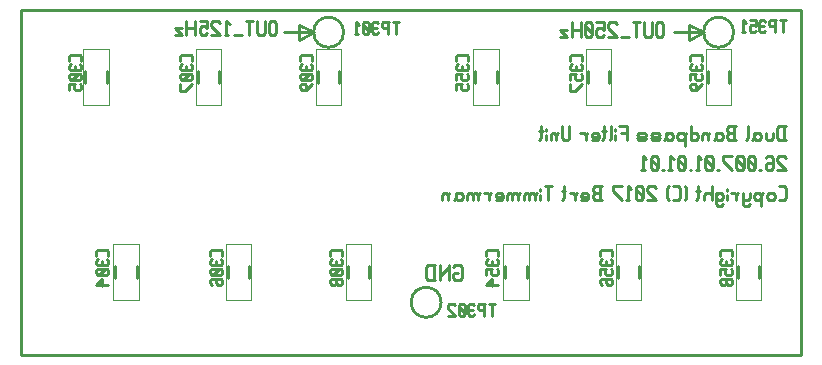
<source format=gbo>
G04 start of page 9 for group -4078 idx -4078 *
G04 Title: 26.007.01.01.01, bottomsilk *
G04 Creator: pcb 4.2.2 *
G04 CreationDate: Sat Feb 13 13:51:24 2021 UTC *
G04 For: bert *
G04 Format: Gerber/RS-274X *
G04 PCB-Dimensions (mil): 2600.00 1150.00 *
G04 PCB-Coordinate-Origin: lower left *
%MOIN*%
%FSLAX25Y25*%
%LNGBO*%
%ADD42C,0.0000*%
%ADD41C,0.0100*%
G54D41*X0Y115000D02*X260000D01*
X97500Y107500D02*X87500D01*
X92500Y110000D02*X97500Y107500D01*
X0Y0D02*Y115000D01*
X260000Y0D02*X0D01*
X97500Y107500D02*X92500Y105000D01*
Y110000D01*
X260000Y115000D02*Y0D01*
X222500Y110000D02*X227500Y107500D01*
X222500Y105000D01*
Y110000D01*
X227500Y107500D02*X217500D01*
X254400Y71500D02*Y76300D01*
X252600D02*X252000Y75700D01*
Y72100D02*Y75700D01*
X252600Y71500D02*X252000Y72100D01*
X252600Y71500D02*X255000D01*
X252600Y76300D02*X255000D01*
X250560Y72100D02*Y73900D01*
Y72100D02*X249960Y71500D01*
X248760D02*X249960D01*
X248760D02*X248160Y72100D01*
Y73900D01*
X244920D02*X244320Y73300D01*
X244920Y73900D02*X246120D01*
X246720Y73300D02*X246120Y73900D01*
X246720Y72100D02*Y73300D01*
Y72100D02*X246120Y71500D01*
X244320Y72100D02*Y73900D01*
Y72100D02*X243720Y71500D01*
X244920D02*X246120D01*
X244920D02*X244320Y72100D01*
X242280D02*Y76300D01*
Y72100D02*X241680Y71500D01*
X235920D02*X238320D01*
X235920D02*X235320Y72100D01*
Y73300D01*
X235920Y73900D02*X235320Y73300D01*
X235920Y73900D02*X237720D01*
Y71500D02*Y76300D01*
X235920D02*X238320D01*
X235920D02*X235320Y75700D01*
Y74500D02*Y75700D01*
X235920Y73900D02*X235320Y74500D01*
X232080Y73900D02*X231480Y73300D01*
X232080Y73900D02*X233280D01*
X233880Y73300D02*X233280Y73900D01*
X233880Y72100D02*Y73300D01*
Y72100D02*X233280Y71500D01*
X231480Y72100D02*Y73900D01*
Y72100D02*X230880Y71500D01*
X232080D02*X233280D01*
X232080D02*X231480Y72100D01*
X228840Y71500D02*Y73300D01*
X228240Y73900D01*
X227640D02*X228240D01*
X227640D02*X227040Y73300D01*
Y71500D02*Y73300D01*
X229440Y73900D02*X228840Y73300D01*
X223200Y71500D02*Y76300D01*
X223800Y71500D02*X223200Y72100D01*
X223800Y71500D02*X225000D01*
X225600Y72100D02*X225000Y71500D01*
X225600Y72100D02*Y73300D01*
X225000Y73900D01*
X223800D02*X225000D01*
X223800D02*X223200Y73300D01*
X221160Y69700D02*Y73300D01*
X221760Y73900D02*X221160Y73300D01*
X220560Y73900D01*
X219360D02*X220560D01*
X219360D02*X218760Y73300D01*
Y72100D02*Y73300D01*
X219360Y71500D02*X218760Y72100D01*
X219360Y71500D02*X220560D01*
X221160Y72100D02*X220560Y71500D01*
X215520Y73900D02*X214920Y73300D01*
X215520Y73900D02*X216720D01*
X217320Y73300D02*X216720Y73900D01*
X217320Y72100D02*Y73300D01*
Y72100D02*X216720Y71500D01*
X214920Y72100D02*Y73900D01*
Y72100D02*X214320Y71500D01*
X215520D02*X216720D01*
X215520D02*X214920Y72100D01*
X210480Y71500D02*X212280D01*
X210480D02*X209880Y72100D01*
X210480Y72700D02*X209880Y72100D01*
X210480Y72700D02*X212280D01*
X212880Y73300D02*X212280Y72700D01*
X212880Y73300D02*X212280Y73900D01*
X210480D02*X212280D01*
X210480D02*X209880Y73300D01*
X212880Y72100D02*X212280Y71500D01*
X206040D02*X207840D01*
X206040D02*X205440Y72100D01*
X206040Y72700D02*X205440Y72100D01*
X206040Y72700D02*X207840D01*
X208440Y73300D02*X207840Y72700D01*
X208440Y73300D02*X207840Y73900D01*
X206040D02*X207840D01*
X206040D02*X205440Y73300D01*
X208440Y72100D02*X207840Y71500D01*
X201840D02*Y76300D01*
X199440D02*X201840D01*
X200040Y73900D02*X201840D01*
X198000Y74500D02*Y75100D01*
Y71500D02*Y73300D01*
X196800Y72100D02*Y76300D01*
Y72100D02*X196200Y71500D01*
X194400Y72100D02*Y76300D01*
Y72100D02*X193800Y71500D01*
Y74500D02*X195000D01*
X190200Y71500D02*X192000D01*
X192600Y72100D02*X192000Y71500D01*
X192600Y72100D02*Y73300D01*
X192000Y73900D01*
X190800D02*X192000D01*
X190800D02*X190200Y73300D01*
Y72700D02*X192600D01*
X190200D02*Y73300D01*
X188160Y71500D02*Y73300D01*
X187560Y73900D01*
X186360D02*X187560D01*
X188760D02*X188160Y73300D01*
X182760Y72100D02*Y76300D01*
Y72100D02*X182160Y71500D01*
X180960D02*X182160D01*
X180960D02*X180360Y72100D01*
Y76300D01*
X178320Y71500D02*Y73300D01*
X177720Y73900D01*
X177120D02*X177720D01*
X177120D02*X176520Y73300D01*
Y71500D02*Y73300D01*
X178920Y73900D02*X178320Y73300D01*
X175080Y74500D02*Y75100D01*
Y71500D02*Y73300D01*
X173280Y72100D02*Y76300D01*
Y72100D02*X172680Y71500D01*
Y74500D02*X173880D01*
X252600Y51500D02*X254400D01*
X255000Y52100D02*X254400Y51500D01*
X255000Y52100D02*Y55700D01*
X254400Y56300D01*
X252600D02*X254400D01*
X251160Y52100D02*Y53300D01*
X250560Y53900D01*
X249360D02*X250560D01*
X249360D02*X248760Y53300D01*
Y52100D02*Y53300D01*
X249360Y51500D02*X248760Y52100D01*
X249360Y51500D02*X250560D01*
X251160Y52100D02*X250560Y51500D01*
X246720Y49700D02*Y53300D01*
X247320Y53900D02*X246720Y53300D01*
X246120Y53900D01*
X244920D02*X246120D01*
X244920D02*X244320Y53300D01*
Y52100D02*Y53300D01*
X244920Y51500D02*X244320Y52100D01*
X244920Y51500D02*X246120D01*
X246720Y52100D02*X246120Y51500D01*
X242880Y52100D02*Y53900D01*
Y52100D02*X242280Y51500D01*
X240480Y50300D02*Y53900D01*
X241080Y49700D02*X240480Y50300D01*
X241080Y49700D02*X242280D01*
X242880Y50300D02*X242280Y49700D01*
X241080Y51500D02*X242280D01*
X241080D02*X240480Y52100D01*
X238440Y51500D02*Y53300D01*
X237840Y53900D01*
X236640D02*X237840D01*
X239040D02*X238440Y53300D01*
X235200Y54500D02*Y55100D01*
Y51500D02*Y53300D01*
X232200Y53900D02*X231600Y53300D01*
X232200Y53900D02*X233400D01*
X234000Y53300D02*X233400Y53900D01*
X234000Y52100D02*Y53300D01*
Y52100D02*X233400Y51500D01*
X232200D02*X233400D01*
X232200D02*X231600Y52100D01*
X234000Y50300D02*X233400Y49700D01*
X232200D02*X233400D01*
X232200D02*X231600Y50300D01*
Y53900D01*
X230160Y51500D02*Y56300D01*
Y53300D02*X229560Y53900D01*
X228360D02*X229560D01*
X228360D02*X227760Y53300D01*
Y51500D02*Y53300D01*
X225720Y52100D02*Y56300D01*
Y52100D02*X225120Y51500D01*
Y54500D02*X226320D01*
X221760Y52100D02*X221160Y51500D01*
X221760Y55700D02*X221160Y56300D01*
X221760Y52100D02*Y55700D01*
X217320Y51500D02*X219120D01*
X219720Y52100D02*X219120Y51500D01*
X219720Y52100D02*Y55700D01*
X219120Y56300D01*
X217320D02*X219120D01*
X215880D02*X215280Y55700D01*
Y52100D02*Y55700D01*
X215880Y51500D02*X215280Y52100D01*
X211680Y55700D02*X211080Y56300D01*
X209280D02*X211080D01*
X209280D02*X208680Y55700D01*
Y54500D02*Y55700D01*
X211680Y51500D02*X208680Y54500D01*
Y51500D02*X211680D01*
X207240Y52100D02*X206640Y51500D01*
X207240Y52100D02*Y55700D01*
X206640Y56300D01*
X205440D02*X206640D01*
X205440D02*X204840Y55700D01*
Y52100D02*Y55700D01*
X205440Y51500D02*X204840Y52100D01*
X205440Y51500D02*X206640D01*
X207240Y52700D02*X204840Y55100D01*
X201600Y51500D02*X202800D01*
X202200D02*Y56300D01*
X203400Y55100D02*X202200Y56300D01*
X200160Y51500D02*X197160Y54500D01*
Y56300D01*
X200160D01*
X191160Y51500D02*X193560D01*
X191160D02*X190560Y52100D01*
Y53300D01*
X191160Y53900D02*X190560Y53300D01*
X191160Y53900D02*X192960D01*
Y51500D02*Y56300D01*
X191160D02*X193560D01*
X191160D02*X190560Y55700D01*
Y54500D02*Y55700D01*
X191160Y53900D02*X190560Y54500D01*
X186720Y51500D02*X188520D01*
X189120Y52100D02*X188520Y51500D01*
X189120Y52100D02*Y53300D01*
X188520Y53900D01*
X187320D02*X188520D01*
X187320D02*X186720Y53300D01*
Y52700D02*X189120D01*
X186720D02*Y53300D01*
X184680Y51500D02*Y53300D01*
X184080Y53900D01*
X182880D02*X184080D01*
X185280D02*X184680Y53300D01*
X180840Y52100D02*Y56300D01*
Y52100D02*X180240Y51500D01*
Y54500D02*X181440D01*
X174480Y56300D02*X176880D01*
X175680Y51500D02*Y56300D01*
X173040Y54500D02*Y55100D01*
Y51500D02*Y53300D01*
X171240Y51500D02*Y53300D01*
X170640Y53900D01*
X170040D02*X170640D01*
X170040D02*X169440Y53300D01*
Y51500D02*Y53300D01*
X168840Y53900D01*
X168240D02*X168840D01*
X168240D02*X167640Y53300D01*
Y51500D02*Y53300D01*
X171840Y53900D02*X171240Y53300D01*
X165600Y51500D02*Y53300D01*
X165000Y53900D01*
X164400D02*X165000D01*
X164400D02*X163800Y53300D01*
Y51500D02*Y53300D01*
X163200Y53900D01*
X162600D02*X163200D01*
X162600D02*X162000Y53300D01*
Y51500D02*Y53300D01*
X166200Y53900D02*X165600Y53300D01*
X158160Y51500D02*X159960D01*
X160560Y52100D02*X159960Y51500D01*
X160560Y52100D02*Y53300D01*
X159960Y53900D01*
X158760D02*X159960D01*
X158760D02*X158160Y53300D01*
Y52700D02*X160560D01*
X158160D02*Y53300D01*
X156120Y51500D02*Y53300D01*
X155520Y53900D01*
X154320D02*X155520D01*
X156720D02*X156120Y53300D01*
X152280Y51500D02*Y53300D01*
X151680Y53900D01*
X151080D02*X151680D01*
X151080D02*X150480Y53300D01*
Y51500D02*Y53300D01*
X149880Y53900D01*
X149280D02*X149880D01*
X149280D02*X148680Y53300D01*
Y51500D02*Y53300D01*
X152880Y53900D02*X152280Y53300D01*
X145440Y53900D02*X144840Y53300D01*
X145440Y53900D02*X146640D01*
X147240Y53300D02*X146640Y53900D01*
X147240Y52100D02*Y53300D01*
Y52100D02*X146640Y51500D01*
X144840Y52100D02*Y53900D01*
Y52100D02*X144240Y51500D01*
X145440D02*X146640D01*
X145440D02*X144840Y52100D01*
X142200Y51500D02*Y53300D01*
X141600Y53900D01*
X141000D02*X141600D01*
X141000D02*X140400Y53300D01*
Y51500D02*Y53300D01*
X142800Y53900D02*X142200Y53300D01*
X85000Y107100D02*Y110700D01*
X84400Y111300D01*
X83200D02*X84400D01*
X83200D02*X82600Y110700D01*
Y107100D02*Y110700D01*
X83200Y106500D02*X82600Y107100D01*
X83200Y106500D02*X84400D01*
X85000Y107100D02*X84400Y106500D01*
X81160Y107100D02*Y111300D01*
Y107100D02*X80560Y106500D01*
X79360D02*X80560D01*
X79360D02*X78760Y107100D01*
Y111300D01*
X74920D02*X77320D01*
X76120Y106500D02*Y111300D01*
X71080Y106500D02*X73480D01*
X67840D02*X69040D01*
X68440D02*Y111300D01*
X69640Y110100D02*X68440Y111300D01*
X66400Y110700D02*X65800Y111300D01*
X64000D02*X65800D01*
X64000D02*X63400Y110700D01*
Y109500D02*Y110700D01*
X66400Y106500D02*X63400Y109500D01*
Y106500D02*X66400D01*
X59560Y111300D02*X61960D01*
Y108900D02*Y111300D01*
Y108900D02*X61360Y109500D01*
X60160D02*X61360D01*
X60160D02*X59560Y108900D01*
Y107100D02*Y108900D01*
X60160Y106500D02*X59560Y107100D01*
X60160Y106500D02*X61360D01*
X61960Y107100D02*X61360Y106500D01*
X58120D02*Y111300D01*
X55120Y106500D02*Y111300D01*
Y108900D02*X58120D01*
X51280D02*X53680D01*
Y106500D02*X51280Y108900D01*
Y106500D02*X53680D01*
X144600Y29800D02*X144000Y29200D01*
X144600Y29800D02*X146400D01*
X147000Y29200D02*X146400Y29800D01*
X147000Y25600D02*Y29200D01*
Y25600D02*X146400Y25000D01*
X144600D02*X146400D01*
X144600D02*X144000Y25600D01*
Y26800D01*
X144600Y27400D02*X144000Y26800D01*
X144600Y27400D02*X145800D01*
X142560Y25000D02*Y29800D01*
Y29200D02*Y29800D01*
Y29200D02*X139560Y26200D01*
Y25000D02*Y29800D01*
X137520Y25000D02*Y29800D01*
X135720D02*X135120Y29200D01*
Y25600D02*Y29200D01*
X135720Y25000D02*X135120Y25600D01*
X135720Y25000D02*X138120D01*
X135720Y29800D02*X138120D01*
X255000Y65700D02*X254400Y66300D01*
X252600D02*X254400D01*
X252600D02*X252000Y65700D01*
Y64500D02*Y65700D01*
X255000Y61500D02*X252000Y64500D01*
Y61500D02*X255000D01*
X248760Y66300D02*X248160Y65700D01*
X248760Y66300D02*X249960D01*
X250560Y65700D02*X249960Y66300D01*
X250560Y62100D02*Y65700D01*
Y62100D02*X249960Y61500D01*
X248760Y63900D02*X248160Y63300D01*
X248760Y63900D02*X250560D01*
X248760Y61500D02*X249960D01*
X248760D02*X248160Y62100D01*
Y63300D01*
X246120Y61500D02*X246720D01*
X244680Y62100D02*X244080Y61500D01*
X244680Y62100D02*Y65700D01*
X244080Y66300D01*
X242880D02*X244080D01*
X242880D02*X242280Y65700D01*
Y62100D02*Y65700D01*
X242880Y61500D02*X242280Y62100D01*
X242880Y61500D02*X244080D01*
X244680Y62700D02*X242280Y65100D01*
X240840Y62100D02*X240240Y61500D01*
X240840Y62100D02*Y65700D01*
X240240Y66300D01*
X239040D02*X240240D01*
X239040D02*X238440Y65700D01*
Y62100D02*Y65700D01*
X239040Y61500D02*X238440Y62100D01*
X239040Y61500D02*X240240D01*
X240840Y62700D02*X238440Y65100D01*
X237000Y61500D02*X234000Y64500D01*
Y66300D01*
X237000D01*
X231960Y61500D02*X232560D01*
X230520Y62100D02*X229920Y61500D01*
X230520Y62100D02*Y65700D01*
X229920Y66300D01*
X228720D02*X229920D01*
X228720D02*X228120Y65700D01*
Y62100D02*Y65700D01*
X228720Y61500D02*X228120Y62100D01*
X228720Y61500D02*X229920D01*
X230520Y62700D02*X228120Y65100D01*
X224880Y61500D02*X226080D01*
X225480D02*Y66300D01*
X226680Y65100D02*X225480Y66300D01*
X222840Y61500D02*X223440D01*
X221400Y62100D02*X220800Y61500D01*
X221400Y62100D02*Y65700D01*
X220800Y66300D01*
X219600D02*X220800D01*
X219600D02*X219000Y65700D01*
Y62100D02*Y65700D01*
X219600Y61500D02*X219000Y62100D01*
X219600Y61500D02*X220800D01*
X221400Y62700D02*X219000Y65100D01*
X215760Y61500D02*X216960D01*
X216360D02*Y66300D01*
X217560Y65100D02*X216360Y66300D01*
X213720Y61500D02*X214320D01*
X212280Y62100D02*X211680Y61500D01*
X212280Y62100D02*Y65700D01*
X211680Y66300D01*
X210480D02*X211680D01*
X210480D02*X209880Y65700D01*
Y62100D02*Y65700D01*
X210480Y61500D02*X209880Y62100D01*
X210480Y61500D02*X211680D01*
X212280Y62700D02*X209880Y65100D01*
X206640Y61500D02*X207840D01*
X207240D02*Y66300D01*
X208440Y65100D02*X207240Y66300D01*
X214000Y106600D02*Y110200D01*
X213400Y110800D01*
X212200D02*X213400D01*
X212200D02*X211600Y110200D01*
Y106600D02*Y110200D01*
X212200Y106000D02*X211600Y106600D01*
X212200Y106000D02*X213400D01*
X214000Y106600D02*X213400Y106000D01*
X210160Y106600D02*Y110800D01*
Y106600D02*X209560Y106000D01*
X208360D02*X209560D01*
X208360D02*X207760Y106600D01*
Y110800D01*
X203920D02*X206320D01*
X205120Y106000D02*Y110800D01*
X200080Y106000D02*X202480D01*
X198640Y110200D02*X198040Y110800D01*
X196240D02*X198040D01*
X196240D02*X195640Y110200D01*
Y109000D02*Y110200D01*
X198640Y106000D02*X195640Y109000D01*
Y106000D02*X198640D01*
X191800Y110800D02*X194200D01*
Y108400D02*Y110800D01*
Y108400D02*X193600Y109000D01*
X192400D02*X193600D01*
X192400D02*X191800Y108400D01*
Y106600D02*Y108400D01*
X192400Y106000D02*X191800Y106600D01*
X192400Y106000D02*X193600D01*
X194200Y106600D02*X193600Y106000D01*
X190360Y106600D02*X189760Y106000D01*
X190360Y106600D02*Y110200D01*
X189760Y110800D01*
X188560D02*X189760D01*
X188560D02*X187960Y110200D01*
Y106600D02*Y110200D01*
X188560Y106000D02*X187960Y106600D01*
X188560Y106000D02*X189760D01*
X190360Y107200D02*X187960Y109600D01*
X186520Y106000D02*Y110800D01*
X183520Y106000D02*Y110800D01*
Y108400D02*X186520D01*
X179680D02*X182080D01*
Y106000D02*X179680Y108400D01*
Y106000D02*X182080D01*
G54D42*X108207Y36774D02*X116793D01*
X108207Y18226D02*X116793D01*
X108207Y36774D02*Y18226D01*
X116793Y36774D02*Y18226D01*
G54D41*X108957Y29468D02*Y25532D01*
X116043Y29468D02*Y25532D01*
X130000Y17500D02*G75*G03X130000Y17500I5000J0D01*G01*
X97500Y107500D02*G75*G03X97500Y107500I5000J0D01*G01*
G54D42*X188207Y83226D02*X196793D01*
X188207Y101774D02*X196793D01*
Y83226D01*
X188207Y101774D02*Y83226D01*
G54D41*X196043Y94468D02*Y90532D01*
X188957Y94468D02*Y90532D01*
G54D42*X150707Y83226D02*X159293D01*
X150707Y101774D02*X159293D01*
Y83226D01*
X150707Y101774D02*Y83226D01*
G54D41*X158543Y94468D02*Y90532D01*
X151457Y94468D02*Y90532D01*
G54D42*X198207Y18226D02*X206793D01*
X198207Y36774D02*X206793D01*
Y18226D01*
X198207Y36774D02*Y18226D01*
G54D41*X206043Y29468D02*Y25532D01*
X198957Y29468D02*Y25532D01*
G54D42*X238207Y36774D02*X246793D01*
X238207Y18226D02*X246793D01*
X238207Y36774D02*Y18226D01*
X246793Y36774D02*Y18226D01*
G54D41*X238957Y29468D02*Y25532D01*
X246043Y29468D02*Y25532D01*
G54D42*X160707Y36774D02*X169293D01*
X160707Y18226D02*X169293D01*
X160707Y36774D02*Y18226D01*
X169293Y36774D02*Y18226D01*
G54D41*X161457Y29468D02*Y25532D01*
X168543Y29468D02*Y25532D01*
X227500Y107500D02*G75*G03X227500Y107500I5000J0D01*G01*
G54D42*X228207Y83226D02*X236793D01*
X228207Y101774D02*X236793D01*
Y83226D01*
X228207Y101774D02*Y83226D01*
G54D41*X236043Y94468D02*Y90532D01*
X228957Y94468D02*Y90532D01*
G54D42*X98207Y83226D02*X106793D01*
X98207Y101774D02*X106793D01*
Y83226D01*
X98207Y101774D02*Y83226D01*
G54D41*X106043Y94468D02*Y90532D01*
X98957Y94468D02*Y90532D01*
G54D42*X58207Y83226D02*X66793D01*
X58207Y101774D02*X66793D01*
Y83226D01*
X58207Y101774D02*Y83226D01*
G54D41*X66043Y94468D02*Y90532D01*
X58957Y94468D02*Y90532D01*
G54D42*X20707Y83226D02*X29293D01*
X20707Y101774D02*X29293D01*
Y83226D01*
X20707Y101774D02*Y83226D01*
G54D41*X28543Y94468D02*Y90532D01*
X21457Y94468D02*Y90532D01*
G54D42*X30707Y36774D02*X39293D01*
X30707Y18226D02*X39293D01*
X30707Y36774D02*Y18226D01*
X39293Y36774D02*Y18226D01*
G54D41*X31457Y29468D02*Y25532D01*
X38543Y29468D02*Y25532D01*
G54D42*X68207Y18226D02*X76793D01*
X68207Y36774D02*X76793D01*
Y18226D01*
X68207Y36774D02*Y18226D01*
G54D41*X76043Y29468D02*Y25532D01*
X68957Y29468D02*Y25532D01*
X97000Y98000D02*Y99500D01*
X96500Y100000D02*X97000Y99500D01*
X93500Y100000D02*X96500D01*
X93500D02*X93000Y99500D01*
Y98000D02*Y99500D01*
X93500Y96800D02*X93000Y96300D01*
Y95300D02*Y96300D01*
Y95300D02*X93500Y94800D01*
X96500D01*
X97000Y95300D02*X96500Y94800D01*
X97000Y95300D02*Y96300D01*
X96500Y96800D02*X97000Y96300D01*
X95000Y94800D02*Y96300D01*
X96500Y93600D02*X97000Y93100D01*
X93500Y93600D02*X96500D01*
X93500D02*X93000Y93100D01*
Y92100D02*Y93100D01*
Y92100D02*X93500Y91600D01*
X96500D01*
X97000Y92100D02*X96500Y91600D01*
X97000Y92100D02*Y93100D01*
X96000Y93600D02*X94000Y91600D01*
X97000Y90400D02*X95000Y88400D01*
X93500D02*X95000D01*
X93000Y88900D02*X93500Y88400D01*
X93000Y88900D02*Y89900D01*
X93500Y90400D02*X93000Y89900D01*
X93500Y90400D02*X94500D01*
X95000Y89900D01*
Y88400D02*Y89900D01*
X57000Y98000D02*Y99500D01*
X56500Y100000D02*X57000Y99500D01*
X53500Y100000D02*X56500D01*
X53500D02*X53000Y99500D01*
Y98000D02*Y99500D01*
X53500Y96800D02*X53000Y96300D01*
Y95300D02*Y96300D01*
Y95300D02*X53500Y94800D01*
X56500D01*
X57000Y95300D02*X56500Y94800D01*
X57000Y95300D02*Y96300D01*
X56500Y96800D02*X57000Y96300D01*
X55000Y94800D02*Y96300D01*
X56500Y93600D02*X57000Y93100D01*
X53500Y93600D02*X56500D01*
X53500D02*X53000Y93100D01*
Y92100D02*Y93100D01*
Y92100D02*X53500Y91600D01*
X56500D01*
X57000Y92100D02*X56500Y91600D01*
X57000Y92100D02*Y93100D01*
X56000Y93600D02*X54000Y91600D01*
X57000Y90400D02*X54500Y87900D01*
X53000D02*X54500D01*
X53000D02*Y90400D01*
X29000Y33000D02*Y34500D01*
X28500Y35000D02*X29000Y34500D01*
X25500Y35000D02*X28500D01*
X25500D02*X25000Y34500D01*
Y33000D02*Y34500D01*
X25500Y31800D02*X25000Y31300D01*
Y30300D02*Y31300D01*
Y30300D02*X25500Y29800D01*
X28500D01*
X29000Y30300D02*X28500Y29800D01*
X29000Y30300D02*Y31300D01*
X28500Y31800D02*X29000Y31300D01*
X27000Y29800D02*Y31300D01*
X28500Y28600D02*X29000Y28100D01*
X25500Y28600D02*X28500D01*
X25500D02*X25000Y28100D01*
Y27100D02*Y28100D01*
Y27100D02*X25500Y26600D01*
X28500D01*
X29000Y27100D02*X28500Y26600D01*
X29000Y27100D02*Y28100D01*
X28000Y28600D02*X26000Y26600D01*
X27000Y25400D02*X25000Y23400D01*
X27000Y22900D02*Y25400D01*
X25000Y23400D02*X29000D01*
X20000Y98000D02*Y99500D01*
X19500Y100000D02*X20000Y99500D01*
X16500Y100000D02*X19500D01*
X16500D02*X16000Y99500D01*
Y98000D02*Y99500D01*
X16500Y96800D02*X16000Y96300D01*
Y95300D02*Y96300D01*
Y95300D02*X16500Y94800D01*
X19500D01*
X20000Y95300D02*X19500Y94800D01*
X20000Y95300D02*Y96300D01*
X19500Y96800D02*X20000Y96300D01*
X18000Y94800D02*Y96300D01*
X19500Y93600D02*X20000Y93100D01*
X16500Y93600D02*X19500D01*
X16500D02*X16000Y93100D01*
Y92100D02*Y93100D01*
Y92100D02*X16500Y91600D01*
X19500D01*
X20000Y92100D02*X19500Y91600D01*
X20000Y92100D02*Y93100D01*
X19000Y93600D02*X17000Y91600D01*
X16000Y88400D02*Y90400D01*
X18000D01*
X17500Y89900D01*
Y88900D02*Y89900D01*
Y88900D02*X18000Y88400D01*
X19500D01*
X20000Y88900D02*X19500Y88400D01*
X20000Y88900D02*Y89900D01*
X19500Y90400D02*X20000Y89900D01*
X67000Y33000D02*Y34500D01*
X66500Y35000D02*X67000Y34500D01*
X63500Y35000D02*X66500D01*
X63500D02*X63000Y34500D01*
Y33000D02*Y34500D01*
X63500Y31800D02*X63000Y31300D01*
Y30300D02*Y31300D01*
Y30300D02*X63500Y29800D01*
X66500D01*
X67000Y30300D02*X66500Y29800D01*
X67000Y30300D02*Y31300D01*
X66500Y31800D02*X67000Y31300D01*
X65000Y29800D02*Y31300D01*
X66500Y28600D02*X67000Y28100D01*
X63500Y28600D02*X66500D01*
X63500D02*X63000Y28100D01*
Y27100D02*Y28100D01*
Y27100D02*X63500Y26600D01*
X66500D01*
X67000Y27100D02*X66500Y26600D01*
X67000Y27100D02*Y28100D01*
X66000Y28600D02*X64000Y26600D01*
X63000Y23900D02*X63500Y23400D01*
X63000Y23900D02*Y24900D01*
X63500Y25400D02*X63000Y24900D01*
X63500Y25400D02*X66500D01*
X67000Y24900D01*
X65000Y23900D02*X65500Y23400D01*
X65000Y23900D02*Y25400D01*
X67000Y23900D02*Y24900D01*
Y23900D02*X66500Y23400D01*
X65500D02*X66500D01*
X237000Y33000D02*Y34500D01*
X236500Y35000D02*X237000Y34500D01*
X233500Y35000D02*X236500D01*
X233500D02*X233000Y34500D01*
Y33000D02*Y34500D01*
X233500Y31800D02*X233000Y31300D01*
Y30300D02*Y31300D01*
Y30300D02*X233500Y29800D01*
X236500D01*
X237000Y30300D02*X236500Y29800D01*
X237000Y30300D02*Y31300D01*
X236500Y31800D02*X237000Y31300D01*
X235000Y29800D02*Y31300D01*
X233000Y26600D02*Y28600D01*
X235000D01*
X234500Y28100D01*
Y27100D02*Y28100D01*
Y27100D02*X235000Y26600D01*
X236500D01*
X237000Y27100D02*X236500Y26600D01*
X237000Y27100D02*Y28100D01*
X236500Y28600D02*X237000Y28100D01*
X236500Y25400D02*X237000Y24900D01*
X235500Y25400D02*X236500D01*
X235500D02*X235000Y24900D01*
Y23900D02*Y24900D01*
Y23900D02*X235500Y23400D01*
X236500D01*
X237000Y23900D02*X236500Y23400D01*
X237000Y23900D02*Y24900D01*
X234500Y25400D02*X235000Y24900D01*
X233500Y25400D02*X234500D01*
X233500D02*X233000Y24900D01*
Y23900D02*Y24900D01*
Y23900D02*X233500Y23400D01*
X234500D01*
X235000Y23900D02*X234500Y23400D01*
X253000Y111500D02*X255000D01*
X254000Y107500D02*Y111500D01*
X251300Y107500D02*Y111500D01*
X249800D02*X251800D01*
X249800D02*X249300Y111000D01*
Y110000D02*Y111000D01*
X249800Y109500D02*X249300Y110000D01*
X249800Y109500D02*X251300D01*
X248100Y111000D02*X247600Y111500D01*
X246600D02*X247600D01*
X246600D02*X246100Y111000D01*
Y108000D02*Y111000D01*
X246600Y107500D02*X246100Y108000D01*
X246600Y107500D02*X247600D01*
X248100Y108000D02*X247600Y107500D01*
X246100Y109500D02*X247600D01*
X242900Y111500D02*X244900D01*
Y109500D02*Y111500D01*
Y109500D02*X244400Y110000D01*
X243400D02*X244400D01*
X243400D02*X242900Y109500D01*
Y108000D02*Y109500D01*
X243400Y107500D02*X242900Y108000D01*
X243400Y107500D02*X244400D01*
X244900Y108000D02*X244400Y107500D01*
X240200D02*X241200D01*
X240700D02*Y111500D01*
X241700Y110500D02*X240700Y111500D01*
X227000Y98000D02*Y99500D01*
X226500Y100000D02*X227000Y99500D01*
X223500Y100000D02*X226500D01*
X223500D02*X223000Y99500D01*
Y98000D02*Y99500D01*
X223500Y96800D02*X223000Y96300D01*
Y95300D02*Y96300D01*
Y95300D02*X223500Y94800D01*
X226500D01*
X227000Y95300D02*X226500Y94800D01*
X227000Y95300D02*Y96300D01*
X226500Y96800D02*X227000Y96300D01*
X225000Y94800D02*Y96300D01*
X223000Y91600D02*Y93600D01*
X225000D01*
X224500Y93100D01*
Y92100D02*Y93100D01*
Y92100D02*X225000Y91600D01*
X226500D01*
X227000Y92100D02*X226500Y91600D01*
X227000Y92100D02*Y93100D01*
X226500Y93600D02*X227000Y93100D01*
Y90400D02*X225000Y88400D01*
X223500D02*X225000D01*
X223000Y88900D02*X223500Y88400D01*
X223000Y88900D02*Y89900D01*
X223500Y90400D02*X223000Y89900D01*
X223500Y90400D02*X224500D01*
X225000Y89900D01*
Y88400D02*Y89900D01*
X149000Y98000D02*Y99500D01*
X148500Y100000D02*X149000Y99500D01*
X145500Y100000D02*X148500D01*
X145500D02*X145000Y99500D01*
Y98000D02*Y99500D01*
X145500Y96800D02*X145000Y96300D01*
Y95300D02*Y96300D01*
Y95300D02*X145500Y94800D01*
X148500D01*
X149000Y95300D02*X148500Y94800D01*
X149000Y95300D02*Y96300D01*
X148500Y96800D02*X149000Y96300D01*
X147000Y94800D02*Y96300D01*
X145000Y91600D02*Y93600D01*
X147000D01*
X146500Y93100D01*
Y92100D02*Y93100D01*
Y92100D02*X147000Y91600D01*
X148500D01*
X149000Y92100D02*X148500Y91600D01*
X149000Y92100D02*Y93100D01*
X148500Y93600D02*X149000Y93100D01*
X145000Y88400D02*Y90400D01*
X147000D01*
X146500Y89900D01*
Y88900D02*Y89900D01*
Y88900D02*X147000Y88400D01*
X148500D01*
X149000Y88900D02*X148500Y88400D01*
X149000Y88900D02*Y89900D01*
X148500Y90400D02*X149000Y89900D01*
X197000Y33000D02*Y34500D01*
X196500Y35000D02*X197000Y34500D01*
X193500Y35000D02*X196500D01*
X193500D02*X193000Y34500D01*
Y33000D02*Y34500D01*
X193500Y31800D02*X193000Y31300D01*
Y30300D02*Y31300D01*
Y30300D02*X193500Y29800D01*
X196500D01*
X197000Y30300D02*X196500Y29800D01*
X197000Y30300D02*Y31300D01*
X196500Y31800D02*X197000Y31300D01*
X195000Y29800D02*Y31300D01*
X193000Y26600D02*Y28600D01*
X195000D01*
X194500Y28100D01*
Y27100D02*Y28100D01*
Y27100D02*X195000Y26600D01*
X196500D01*
X197000Y27100D02*X196500Y26600D01*
X197000Y27100D02*Y28100D01*
X196500Y28600D02*X197000Y28100D01*
X193000Y23900D02*X193500Y23400D01*
X193000Y23900D02*Y24900D01*
X193500Y25400D02*X193000Y24900D01*
X193500Y25400D02*X196500D01*
X197000Y24900D01*
X195000Y23900D02*X195500Y23400D01*
X195000Y23900D02*Y25400D01*
X197000Y23900D02*Y24900D01*
Y23900D02*X196500Y23400D01*
X195500D02*X196500D01*
X159000Y33000D02*Y34500D01*
X158500Y35000D02*X159000Y34500D01*
X155500Y35000D02*X158500D01*
X155500D02*X155000Y34500D01*
Y33000D02*Y34500D01*
X155500Y31800D02*X155000Y31300D01*
Y30300D02*Y31300D01*
Y30300D02*X155500Y29800D01*
X158500D01*
X159000Y30300D02*X158500Y29800D01*
X159000Y30300D02*Y31300D01*
X158500Y31800D02*X159000Y31300D01*
X157000Y29800D02*Y31300D01*
X155000Y26600D02*Y28600D01*
X157000D01*
X156500Y28100D01*
Y27100D02*Y28100D01*
Y27100D02*X157000Y26600D01*
X158500D01*
X159000Y27100D02*X158500Y26600D01*
X159000Y27100D02*Y28100D01*
X158500Y28600D02*X159000Y28100D01*
X157000Y25400D02*X155000Y23400D01*
X157000Y22900D02*Y25400D01*
X155000Y23400D02*X159000D01*
X187000Y98000D02*Y99500D01*
X186500Y100000D02*X187000Y99500D01*
X183500Y100000D02*X186500D01*
X183500D02*X183000Y99500D01*
Y98000D02*Y99500D01*
X183500Y96800D02*X183000Y96300D01*
Y95300D02*Y96300D01*
Y95300D02*X183500Y94800D01*
X186500D01*
X187000Y95300D02*X186500Y94800D01*
X187000Y95300D02*Y96300D01*
X186500Y96800D02*X187000Y96300D01*
X185000Y94800D02*Y96300D01*
X183000Y91600D02*Y93600D01*
X185000D01*
X184500Y93100D01*
Y92100D02*Y93100D01*
Y92100D02*X185000Y91600D01*
X186500D01*
X187000Y92100D02*X186500Y91600D01*
X187000Y92100D02*Y93100D01*
X186500Y93600D02*X187000Y93100D01*
Y90400D02*X184500Y87900D01*
X183000D02*X184500D01*
X183000D02*Y90400D01*
X156000Y17000D02*X158000D01*
X157000Y13000D02*Y17000D01*
X154300Y13000D02*Y17000D01*
X152800D02*X154800D01*
X152800D02*X152300Y16500D01*
Y15500D02*Y16500D01*
X152800Y15000D02*X152300Y15500D01*
X152800Y15000D02*X154300D01*
X151100Y16500D02*X150600Y17000D01*
X149600D02*X150600D01*
X149600D02*X149100Y16500D01*
Y13500D02*Y16500D01*
X149600Y13000D02*X149100Y13500D01*
X149600Y13000D02*X150600D01*
X151100Y13500D02*X150600Y13000D01*
X149100Y15000D02*X150600D01*
X147900Y13500D02*X147400Y13000D01*
X147900Y13500D02*Y16500D01*
X147400Y17000D01*
X146400D02*X147400D01*
X146400D02*X145900Y16500D01*
Y13500D02*Y16500D01*
X146400Y13000D02*X145900Y13500D01*
X146400Y13000D02*X147400D01*
X147900Y14000D02*X145900Y16000D01*
X144700Y16500D02*X144200Y17000D01*
X142700D02*X144200D01*
X142700D02*X142200Y16500D01*
Y15500D02*Y16500D01*
X144700Y13000D02*X142200Y15500D01*
Y13000D02*X144700D01*
X107000Y33000D02*Y34500D01*
X106500Y35000D02*X107000Y34500D01*
X103500Y35000D02*X106500D01*
X103500D02*X103000Y34500D01*
Y33000D02*Y34500D01*
X103500Y31800D02*X103000Y31300D01*
Y30300D02*Y31300D01*
Y30300D02*X103500Y29800D01*
X106500D01*
X107000Y30300D02*X106500Y29800D01*
X107000Y30300D02*Y31300D01*
X106500Y31800D02*X107000Y31300D01*
X105000Y29800D02*Y31300D01*
X106500Y28600D02*X107000Y28100D01*
X103500Y28600D02*X106500D01*
X103500D02*X103000Y28100D01*
Y27100D02*Y28100D01*
Y27100D02*X103500Y26600D01*
X106500D01*
X107000Y27100D02*X106500Y26600D01*
X107000Y27100D02*Y28100D01*
X106000Y28600D02*X104000Y26600D01*
X106500Y25400D02*X107000Y24900D01*
X105500Y25400D02*X106500D01*
X105500D02*X105000Y24900D01*
Y23900D02*Y24900D01*
Y23900D02*X105500Y23400D01*
X106500D01*
X107000Y23900D02*X106500Y23400D01*
X107000Y23900D02*Y24900D01*
X104500Y25400D02*X105000Y24900D01*
X103500Y25400D02*X104500D01*
X103500D02*X103000Y24900D01*
Y23900D02*Y24900D01*
Y23900D02*X103500Y23400D01*
X104500D01*
X105000Y23900D02*X104500Y23400D01*
X124000Y111000D02*X126000D01*
X125000Y107000D02*Y111000D01*
X122300Y107000D02*Y111000D01*
X120800D02*X122800D01*
X120800D02*X120300Y110500D01*
Y109500D02*Y110500D01*
X120800Y109000D02*X120300Y109500D01*
X120800Y109000D02*X122300D01*
X119100Y110500D02*X118600Y111000D01*
X117600D02*X118600D01*
X117600D02*X117100Y110500D01*
Y107500D02*Y110500D01*
X117600Y107000D02*X117100Y107500D01*
X117600Y107000D02*X118600D01*
X119100Y107500D02*X118600Y107000D01*
X117100Y109000D02*X118600D01*
X115900Y107500D02*X115400Y107000D01*
X115900Y107500D02*Y110500D01*
X115400Y111000D01*
X114400D02*X115400D01*
X114400D02*X113900Y110500D01*
Y107500D02*Y110500D01*
X114400Y107000D02*X113900Y107500D01*
X114400Y107000D02*X115400D01*
X115900Y108000D02*X113900Y110000D01*
X111200Y107000D02*X112200D01*
X111700D02*Y111000D01*
X112700Y110000D02*X111700Y111000D01*
M02*

</source>
